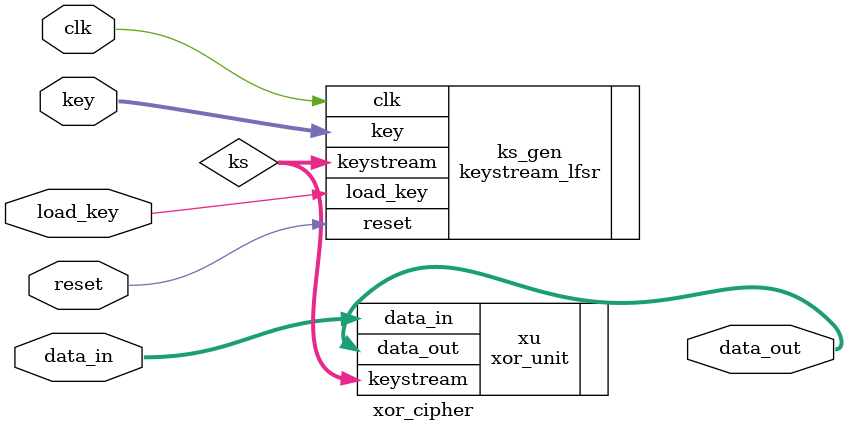
<source format=v>
module xor_cipher(
    input  wire        clk,
    input  wire        reset,
    input  wire        load_key,
    input  wire [7:0]  data_in,   // plaintext or ciphertext as lfsr decoding and encoding uses the same operation
    input  wire [7:0]  key,       // this is the keystream genereated key tht is used to encrypt  
    output wire [7:0]  data_out   // result after xor it could be cipher text or the plain text depending on data_in
);
    wire [7:0] ks;

    keystream_lfsr ks_gen (
        // calls the keystream generation function
        .clk(clk),
        .reset(reset),
        .load_key(load_key),
        .key(key),
        .keystream(ks)
    );

    xor_unit xu (
        // calls the xor_unit module which is used to actually xor the keystream and data_in
        .data_in(data_in),
        .keystream(ks),
        .data_out(data_out)
    );
endmodule

</source>
